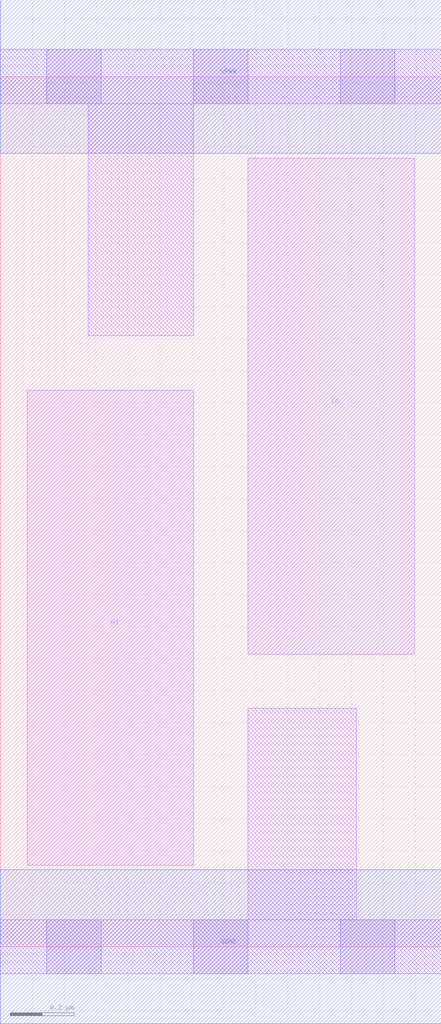
<source format=lef>
# Copyright 2020 The SkyWater PDK Authors
#
# Licensed under the Apache License, Version 2.0 (the "License");
# you may not use this file except in compliance with the License.
# You may obtain a copy of the License at
#
#     https://www.apache.org/licenses/LICENSE-2.0
#
# Unless required by applicable law or agreed to in writing, software
# distributed under the License is distributed on an "AS IS" BASIS,
# WITHOUT WARRANTIES OR CONDITIONS OF ANY KIND, either express or implied.
# See the License for the specific language governing permissions and
# limitations under the License.
#
# SPDX-License-Identifier: Apache-2.0

VERSION 5.7 ;
BUSBITCHARS "[]" ;
DIVIDERCHAR "/" ;
PROPERTYDEFINITIONS
  MACRO maskLayoutSubType STRING ;
  MACRO prCellType STRING ;
  MACRO originalViewName STRING ;
END PROPERTYDEFINITIONS
MACRO sky130_fd_sc_hdll__conb_1
  ORIGIN  0.000000  0.000000 ;
  CLASS CORE ;
  SYMMETRY X Y R90 ;
  SIZE  1.380000 BY  2.720000 ;
  SITE unithd ;
  PIN HI
    ANTENNADIFFAREA  0.000000 ;
    DIRECTION OUTPUT ;
    USE SIGNAL ;
    PORT
      LAYER li1 ;
        RECT 0.085000 0.255000 0.605000 1.740000 ;
    END
  END HI
  PIN LO
    ANTENNADIFFAREA  0.000000 ;
    DIRECTION OUTPUT ;
    USE SIGNAL ;
    PORT
      LAYER li1 ;
        RECT 0.775000 0.915000 1.295000 2.465000 ;
    END
  END LO
  PIN VGND
    DIRECTION INOUT ;
    USE GROUND ;
    PORT
      LAYER met1 ;
        RECT 0.000000 -0.240000 1.380000 0.240000 ;
    END
  END VGND
  PIN VNB
    DIRECTION INOUT ;
    USE GROUND ;
    PORT
    END
  END VNB
  PIN VPB
    DIRECTION INOUT ;
    USE POWER ;
    PORT
    END
  END VPB
  PIN VPWR
    DIRECTION INOUT ;
    USE POWER ;
    PORT
      LAYER met1 ;
        RECT 0.000000 2.480000 1.380000 2.960000 ;
    END
  END VPWR
  OBS
    LAYER li1 ;
      RECT 0.000000 -0.085000 1.380000 0.085000 ;
      RECT 0.000000  2.635000 1.380000 2.805000 ;
      RECT 0.275000  1.910000 0.605000 2.635000 ;
      RECT 0.775000  0.085000 1.115000 0.745000 ;
    LAYER mcon ;
      RECT 0.145000 -0.085000 0.315000 0.085000 ;
      RECT 0.145000  2.635000 0.315000 2.805000 ;
      RECT 0.605000 -0.085000 0.775000 0.085000 ;
      RECT 0.605000  2.635000 0.775000 2.805000 ;
      RECT 1.065000 -0.085000 1.235000 0.085000 ;
      RECT 1.065000  2.635000 1.235000 2.805000 ;
  END
  PROPERTY maskLayoutSubType "abstract" ;
  PROPERTY prCellType "standard" ;
  PROPERTY originalViewName "layout" ;
END sky130_fd_sc_hdll__conb_1
END LIBRARY

</source>
